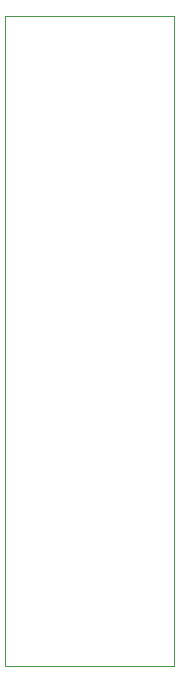
<source format=gbr>
G04 #@! TF.GenerationSoftware,KiCad,Pcbnew,(5.1.9)-1*
G04 #@! TF.CreationDate,2021-08-13T11:54:40+02:00*
G04 #@! TF.ProjectId,7805,37383035-2e6b-4696-9361-645f70636258,rev?*
G04 #@! TF.SameCoordinates,Original*
G04 #@! TF.FileFunction,Profile,NP*
%FSLAX46Y46*%
G04 Gerber Fmt 4.6, Leading zero omitted, Abs format (unit mm)*
G04 Created by KiCad (PCBNEW (5.1.9)-1) date 2021-08-13 11:54:40*
%MOMM*%
%LPD*%
G01*
G04 APERTURE LIST*
G04 #@! TA.AperFunction,Profile*
%ADD10C,0.050000*%
G04 #@! TD*
G04 APERTURE END LIST*
D10*
X142544800Y-44831000D02*
X142544800Y-44907200D01*
X156794200Y-44831000D02*
X142544800Y-44831000D01*
X142544800Y-45110400D02*
X142544800Y-44907200D01*
X142468600Y-99872800D02*
X142544800Y-45110400D01*
X142824200Y-99872800D02*
X142468600Y-99872800D01*
X143332200Y-99872800D02*
X142824200Y-99872800D01*
X156794200Y-99872800D02*
X143332200Y-99872800D01*
X156794200Y-44831000D02*
X156794200Y-99872800D01*
M02*

</source>
